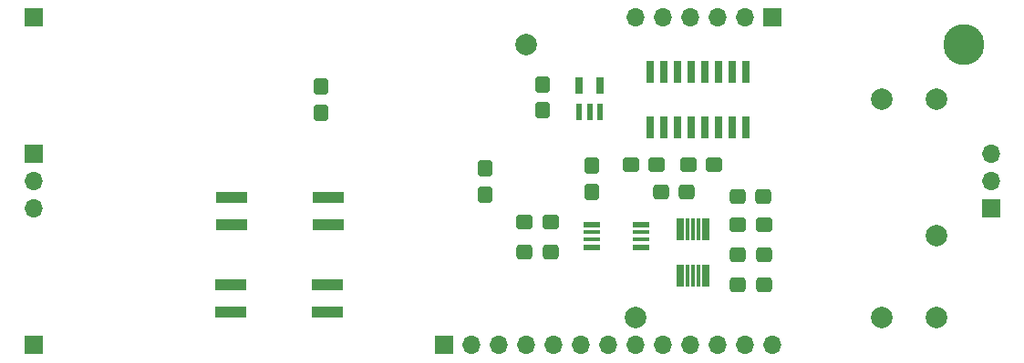
<source format=gbr>
%TF.SameCoordinates,Original*%
%TF.FileFunction,Soldermask,Top*%
%TF.FilePolarity,Negative*%
%FSLAX46Y46*%
G04 Gerber Fmt 4.6, Leading zero omitted, Abs format (unit mm)*
G04 Created by KiCad (PCBNEW (7.0.0)) date 2023-11-17 04:09:28*
%MOMM*%
%LPD*%
G01*
G04 APERTURE LIST*
G04 Aperture macros list*
%AMRoundRect*
0 Rectangle with rounded corners*
0 $1 Rounding radius*
0 $2 $3 $4 $5 $6 $7 $8 $9 X,Y pos of 4 corners*
0 Add a 4 corners polygon primitive as box body*
4,1,4,$2,$3,$4,$5,$6,$7,$8,$9,$2,$3,0*
0 Add four circle primitives for the rounded corners*
1,1,$1+$1,$2,$3*
1,1,$1+$1,$4,$5*
1,1,$1+$1,$6,$7*
1,1,$1+$1,$8,$9*
0 Add four rect primitives between the rounded corners*
20,1,$1+$1,$2,$3,$4,$5,0*
20,1,$1+$1,$4,$5,$6,$7,0*
20,1,$1+$1,$6,$7,$8,$9,0*
20,1,$1+$1,$8,$9,$2,$3,0*%
G04 Aperture macros list end*
%ADD10RoundRect,0.287550X0.462450X0.387450X-0.462450X0.387450X-0.462450X-0.387450X0.462450X-0.387450X0*%
%ADD11R,1.700000X1.700000*%
%ADD12R,0.600000X1.500000*%
%ADD13R,0.750000X1.500000*%
%ADD14RoundRect,0.287550X0.387450X-0.462450X0.387450X0.462450X-0.387450X0.462450X-0.387450X-0.462450X0*%
%ADD15RoundRect,0.287550X-0.462450X-0.387450X0.462450X-0.387450X0.462450X0.387450X-0.462450X0.387450X0*%
%ADD16RoundRect,0.280800X0.469200X0.394200X-0.469200X0.394200X-0.469200X-0.394200X0.469200X-0.394200X0*%
%ADD17R,1.650000X0.600000*%
%ADD18R,1.650000X0.450000*%
%ADD19O,1.700000X1.700000*%
%ADD20RoundRect,0.280800X-0.469200X-0.394200X0.469200X-0.394200X0.469200X0.394200X-0.469200X0.394200X0*%
%ADD21C,2.000000*%
%ADD22R,3.000000X1.000000*%
%ADD23R,0.700000X2.000000*%
%ADD24R,0.300000X2.000000*%
%ADD25RoundRect,0.287550X-0.387450X0.462450X-0.387450X-0.462450X0.387450X-0.462450X0.387450X0.462450X0*%
%ADD26C,2.600000*%
%ADD27C,3.800000*%
%ADD28R,0.700000X2.150000*%
G04 APERTURE END LIST*
D10*
%TO.C,C6*%
X151568000Y-77578000D03*
X149168000Y-77578000D03*
%TD*%
D11*
%TO.C,J5*%
X83819999Y-60959999D03*
%TD*%
D12*
%TO.C,U4*%
X134497999Y-69709999D03*
X135447999Y-69709999D03*
X136397999Y-69709999D03*
D13*
X136397999Y-67309999D03*
X134497999Y-67309999D03*
%TD*%
D14*
%TO.C,C9*%
X131064000Y-69596000D03*
X131064000Y-67196000D03*
%TD*%
D15*
%TO.C,C7*%
X149238000Y-85842000D03*
X151638000Y-85842000D03*
%TD*%
D16*
%TO.C,R2*%
X151638000Y-80254000D03*
X149238000Y-80254000D03*
%TD*%
D15*
%TO.C,C3*%
X129426000Y-82794000D03*
X131826000Y-82794000D03*
%TD*%
D14*
%TO.C,C2*%
X135636000Y-77146000D03*
X135636000Y-74746000D03*
%TD*%
D17*
%TO.C,U1*%
X135621999Y-80219999D03*
D18*
X135621999Y-80944999D03*
X135621999Y-81594999D03*
D17*
X135621999Y-82319999D03*
X140221999Y-82319999D03*
D18*
X140221999Y-81594999D03*
X140221999Y-80944999D03*
D17*
X140221999Y-80219999D03*
%TD*%
D11*
%TO.C,J6*%
X83819999Y-91439999D03*
%TD*%
%TO.C,J1*%
X121919999Y-91439999D03*
D19*
X124459999Y-91439999D03*
X126999999Y-91439999D03*
X129539999Y-91439999D03*
X132079999Y-91439999D03*
X134619999Y-91439999D03*
X137159999Y-91439999D03*
X139699999Y-91439999D03*
X142239999Y-91439999D03*
X144779999Y-91439999D03*
X147319999Y-91439999D03*
X149859999Y-91439999D03*
X152399999Y-91439999D03*
%TD*%
D20*
%TO.C,R1*%
X129426000Y-80000000D03*
X131826000Y-80000000D03*
%TD*%
D21*
%TO.C,TP6*%
X162560000Y-68580000D03*
%TD*%
D11*
%TO.C,J3*%
X152399999Y-60959999D03*
D19*
X149859999Y-60959999D03*
X147319999Y-60959999D03*
X144779999Y-60959999D03*
X142239999Y-60959999D03*
X139699999Y-60959999D03*
%TD*%
D22*
%TO.C,SW1*%
X111107999Y-88391999D03*
X111107999Y-85851999D03*
X102107999Y-85851999D03*
X102107999Y-88391999D03*
%TD*%
D16*
%TO.C,R4*%
X141662000Y-74676000D03*
X139262000Y-74676000D03*
%TD*%
D23*
%TO.C,U2*%
X146233999Y-80643999D03*
D24*
X145533999Y-80643999D03*
X145033999Y-80643999D03*
X144533999Y-80643999D03*
D23*
X143833999Y-80643999D03*
X143833999Y-84943999D03*
D24*
X144533999Y-84943999D03*
X145033999Y-84943999D03*
X145533999Y-84943999D03*
D23*
X146233999Y-84943999D03*
%TD*%
D25*
%TO.C,C1*%
X125730000Y-75000000D03*
X125730000Y-77400000D03*
%TD*%
D21*
%TO.C,TP5*%
X139700000Y-88900000D03*
%TD*%
D26*
%TO.C,H1*%
X170180000Y-63500000D03*
D27*
X170180000Y-63500000D03*
%TD*%
D22*
%TO.C,SW2*%
X111179999Y-80263999D03*
X111179999Y-77723999D03*
X102179999Y-77723999D03*
X102179999Y-80263999D03*
%TD*%
D21*
%TO.C,TP3*%
X167640000Y-88900000D03*
%TD*%
D11*
%TO.C,J2*%
X172719999Y-78739999D03*
D19*
X172719999Y-76199999D03*
X172719999Y-73659999D03*
%TD*%
D21*
%TO.C,TP1*%
X129540000Y-63500000D03*
%TD*%
%TO.C,TP4*%
X162560000Y-88900000D03*
%TD*%
D20*
%TO.C,R3*%
X144596000Y-74676000D03*
X146996000Y-74676000D03*
%TD*%
D28*
%TO.C,U3*%
X141096999Y-71189999D03*
X142366999Y-71189999D03*
X143636999Y-71189999D03*
X144906999Y-71189999D03*
X146176999Y-71189999D03*
X147446999Y-71189999D03*
X148716999Y-71189999D03*
X149986999Y-71189999D03*
X149986999Y-66039999D03*
X148716999Y-66039999D03*
X147446999Y-66039999D03*
X146176999Y-66039999D03*
X144906999Y-66039999D03*
X143636999Y-66039999D03*
X142366999Y-66039999D03*
X141096999Y-66039999D03*
%TD*%
D21*
%TO.C,TP2*%
X167640000Y-81280000D03*
%TD*%
%TO.C,TP7*%
X167640000Y-68580000D03*
%TD*%
D25*
%TO.C,C5*%
X110490000Y-67380000D03*
X110490000Y-69780000D03*
%TD*%
D15*
%TO.C,C8*%
X142056000Y-77216000D03*
X144456000Y-77216000D03*
%TD*%
D11*
%TO.C,J4*%
X83819999Y-73659999D03*
D19*
X83819999Y-76199999D03*
X83819999Y-78739999D03*
%TD*%
D15*
%TO.C,C4*%
X149238000Y-83048000D03*
X151638000Y-83048000D03*
%TD*%
M02*

</source>
